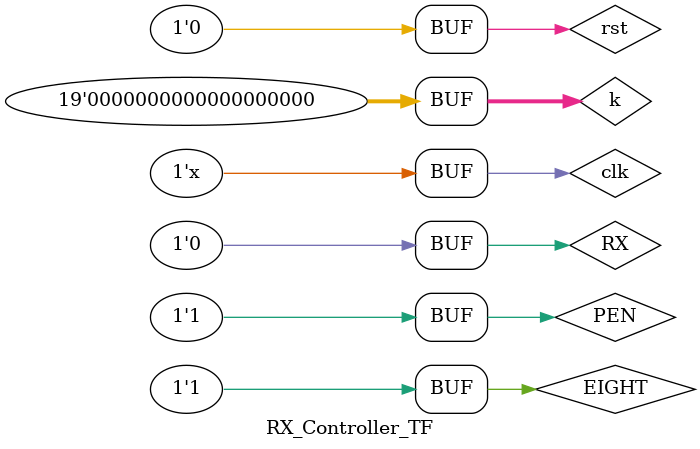
<source format=v>
`timescale 1ns / 1ps

/****************************** C E C S  4 6 0 ******************************
 * 
 * File Name:  RX_Controller_TF.v
 * Project:    Full UART
 * Designer:   Mark Aquiapao
 * Email:      markaquiapao@gmail.com
 * Rev. No.:   Version 1.0
 * Rev. Date:  Dec 19, 2018 
 *
 * Purpose: This module is used to verify that the RX Controller.
 ****************************************************************************/

module RX_Controller_TF;

	// Inputs
	reg clk;
	reg rst;
	reg [18:0] k;
	reg EIGHT;
	reg PEN;
	reg RX;

	// Outputs
	wire BTU;
	wire DONE;
	wire START;

	// Instantiate the Unit Under Test (UUT)
	RX_Controller uut (
		.clk(clk), 
		.rst(rst), 
		.k(k), 
		.EIGHT(EIGHT), 
		.PEN(PEN), 
		.RX(RX), 
		.BTU(BTU), 
		.DONE(DONE), 
		.START(START)
	);
	
	always #5 clk = ~clk;

	initial begin
		// Initialize Inputs
		clk = 0;
		rst = 1;
		k = 0;
		EIGHT = 0;
		PEN = 0;
		RX = 0;

		// Wait 100 ns for global reset to finish
		#100 rst   = 0;
		#10  EIGHT = 1;
			  PEN   = 1;
    
		// Add stimulus here

	end
      
endmodule


</source>
